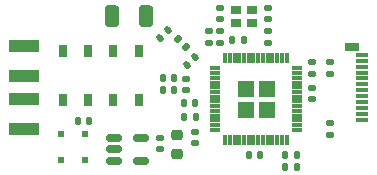
<source format=gbr>
%TF.GenerationSoftware,KiCad,Pcbnew,(6.0.7)*%
%TF.CreationDate,2023-03-08T16:51:48-08:00*%
%TF.ProjectId,ESP_SoC,4553505f-536f-4432-9e6b-696361645f70,rev?*%
%TF.SameCoordinates,Original*%
%TF.FileFunction,Paste,Top*%
%TF.FilePolarity,Positive*%
%FSLAX46Y46*%
G04 Gerber Fmt 4.6, Leading zero omitted, Abs format (unit mm)*
G04 Created by KiCad (PCBNEW (6.0.7)) date 2023-03-08 16:51:48*
%MOMM*%
%LPD*%
G01*
G04 APERTURE LIST*
G04 Aperture macros list*
%AMRoundRect*
0 Rectangle with rounded corners*
0 $1 Rounding radius*
0 $2 $3 $4 $5 $6 $7 $8 $9 X,Y pos of 4 corners*
0 Add a 4 corners polygon primitive as box body*
4,1,4,$2,$3,$4,$5,$6,$7,$8,$9,$2,$3,0*
0 Add four circle primitives for the rounded corners*
1,1,$1+$1,$2,$3*
1,1,$1+$1,$4,$5*
1,1,$1+$1,$6,$7*
1,1,$1+$1,$8,$9*
0 Add four rect primitives between the rounded corners*
20,1,$1+$1,$2,$3,$4,$5,0*
20,1,$1+$1,$4,$5,$6,$7,0*
20,1,$1+$1,$6,$7,$8,$9,0*
20,1,$1+$1,$8,$9,$2,$3,0*%
G04 Aperture macros list end*
%ADD10C,0.010000*%
%ADD11RoundRect,0.135000X-0.135000X-0.185000X0.135000X-0.185000X0.135000X0.185000X-0.135000X0.185000X0*%
%ADD12R,2.500000X1.100000*%
%ADD13RoundRect,0.140000X0.170000X-0.140000X0.170000X0.140000X-0.170000X0.140000X-0.170000X-0.140000X0*%
%ADD14RoundRect,0.147500X-0.172500X0.147500X-0.172500X-0.147500X0.172500X-0.147500X0.172500X0.147500X0*%
%ADD15RoundRect,0.140000X-0.170000X0.140000X-0.170000X-0.140000X0.170000X-0.140000X0.170000X0.140000X0*%
%ADD16RoundRect,0.140000X-0.021213X0.219203X-0.219203X0.021213X0.021213X-0.219203X0.219203X-0.021213X0*%
%ADD17RoundRect,0.147500X-0.226274X-0.017678X-0.017678X-0.226274X0.226274X0.017678X0.017678X0.226274X0*%
%ADD18RoundRect,0.276000X-0.324000X-0.634000X0.324000X-0.634000X0.324000X0.634000X-0.324000X0.634000X0*%
%ADD19RoundRect,0.135000X0.185000X-0.135000X0.185000X0.135000X-0.185000X0.135000X-0.185000X-0.135000X0*%
%ADD20RoundRect,0.225000X-0.250000X0.225000X-0.250000X-0.225000X0.250000X-0.225000X0.250000X0.225000X0*%
%ADD21RoundRect,0.140000X0.140000X0.170000X-0.140000X0.170000X-0.140000X-0.170000X0.140000X-0.170000X0*%
%ADD22R,0.650000X1.050000*%
%ADD23R,0.500000X0.500000*%
%ADD24RoundRect,0.140000X-0.140000X-0.170000X0.140000X-0.170000X0.140000X0.170000X-0.140000X0.170000X0*%
%ADD25R,1.000000X0.380000*%
%ADD26R,1.150000X0.700000*%
%ADD27RoundRect,0.150000X-0.512500X-0.150000X0.512500X-0.150000X0.512500X0.150000X-0.512500X0.150000X0*%
%ADD28RoundRect,0.135000X-0.185000X0.135000X-0.185000X-0.135000X0.185000X-0.135000X0.185000X0.135000X0*%
%ADD29RoundRect,0.006600X-0.398400X-0.103400X0.398400X-0.103400X0.398400X0.103400X-0.398400X0.103400X0*%
%ADD30RoundRect,0.022000X-0.088000X-0.383000X0.088000X-0.383000X0.088000X0.383000X-0.088000X0.383000X0*%
%ADD31R,0.900000X0.800000*%
G04 APERTURE END LIST*
%TO.C,U2*%
G36*
X125515000Y-101265000D02*
G01*
X124245000Y-101265000D01*
X124245000Y-99995000D01*
X125515000Y-99995000D01*
X125515000Y-101265000D01*
G37*
D10*
X125515000Y-101265000D02*
X124245000Y-101265000D01*
X124245000Y-99995000D01*
X125515000Y-99995000D01*
X125515000Y-101265000D01*
G36*
X123755000Y-99505000D02*
G01*
X122485000Y-99505000D01*
X122485000Y-98235000D01*
X123755000Y-98235000D01*
X123755000Y-99505000D01*
G37*
X123755000Y-99505000D02*
X122485000Y-99505000D01*
X122485000Y-98235000D01*
X123755000Y-98235000D01*
X123755000Y-99505000D01*
G36*
X125515000Y-99505000D02*
G01*
X124245000Y-99505000D01*
X124245000Y-98235000D01*
X125515000Y-98235000D01*
X125515000Y-99505000D01*
G37*
X125515000Y-99505000D02*
X124245000Y-99505000D01*
X124245000Y-98235000D01*
X125515000Y-98235000D01*
X125515000Y-99505000D01*
G36*
X123755000Y-101265000D02*
G01*
X122485000Y-101265000D01*
X122485000Y-99995000D01*
X123755000Y-99995000D01*
X123755000Y-101265000D01*
G37*
X123755000Y-101265000D02*
X122485000Y-101265000D01*
X122485000Y-99995000D01*
X123755000Y-99995000D01*
X123755000Y-101265000D01*
%TD*%
D11*
%TO.C,R2*%
X117890000Y-101300000D03*
X118910000Y-101300000D03*
%TD*%
D12*
%TO.C,J1*%
X104350000Y-102250000D03*
X104350000Y-99750000D03*
X104350000Y-97750000D03*
X104350000Y-95250000D03*
%TD*%
D13*
%TO.C,C2*%
X120000000Y-94980000D03*
X120000000Y-94020000D03*
%TD*%
D11*
%TO.C,R4*%
X126490000Y-104500000D03*
X127510000Y-104500000D03*
%TD*%
D14*
%TO.C,L2*%
X118100000Y-98015000D03*
X118100000Y-98985000D03*
%TD*%
D15*
%TO.C,C7*%
X118850000Y-102520000D03*
X118850000Y-103480000D03*
%TD*%
D11*
%TO.C,R3*%
X126490000Y-105500000D03*
X127510000Y-105500000D03*
%TD*%
D13*
%TO.C,C9*%
X125000000Y-94980000D03*
X125000000Y-94020000D03*
%TD*%
D15*
%TO.C,C13*%
X115850000Y-103020000D03*
X115850000Y-103980000D03*
%TD*%
D16*
%TO.C,C3*%
X116589411Y-93910589D03*
X115910589Y-94589411D03*
%TD*%
D15*
%TO.C,C15*%
X125000000Y-92020000D03*
X125000000Y-92980000D03*
%TD*%
D17*
%TO.C,L1*%
X117407053Y-94657053D03*
X118092947Y-95342947D03*
%TD*%
D18*
%TO.C,AE1*%
X114710000Y-92750000D03*
X111790000Y-92750000D03*
%TD*%
D19*
%TO.C,R5*%
X130300000Y-97610000D03*
X130300000Y-96590000D03*
%TD*%
D20*
%TO.C,C8*%
X117350000Y-102825000D03*
X117350000Y-104375000D03*
%TD*%
D21*
%TO.C,C6*%
X117080000Y-99000000D03*
X116120000Y-99000000D03*
%TD*%
D13*
%TO.C,C16*%
X128750000Y-99730000D03*
X128750000Y-98770000D03*
%TD*%
D22*
%TO.C,SW2*%
X107675000Y-99825000D03*
X107675000Y-95675000D03*
X109825000Y-95675000D03*
X109825000Y-99825000D03*
%TD*%
D23*
%TO.C,D2*%
X109500000Y-104900000D03*
X109500000Y-102700000D03*
%TD*%
D19*
%TO.C,R7*%
X128750000Y-97610000D03*
X128750000Y-96590000D03*
%TD*%
D22*
%TO.C,SW1*%
X111925000Y-95675000D03*
X111925000Y-99825000D03*
X114075000Y-95675000D03*
X114075000Y-99825000D03*
%TD*%
D23*
%TO.C,D1*%
X107500000Y-104900000D03*
X107500000Y-102700000D03*
%TD*%
D24*
%TO.C,C10*%
X123395000Y-104500000D03*
X124355000Y-104500000D03*
%TD*%
D21*
%TO.C,C5*%
X117080000Y-98000000D03*
X116120000Y-98000000D03*
%TD*%
D25*
%TO.C,P1*%
X133010000Y-96000000D03*
X133010000Y-96500000D03*
X133010000Y-97000000D03*
X133010000Y-97500000D03*
X133010000Y-98000000D03*
X133010000Y-98500000D03*
X133010000Y-99000000D03*
X133010000Y-99500000D03*
X133010000Y-100000000D03*
X133010000Y-100500000D03*
X133010000Y-101000000D03*
X133010000Y-101500000D03*
D26*
X132170000Y-95330000D03*
%TD*%
D27*
%TO.C,U1*%
X111962500Y-103050000D03*
X111962500Y-104000000D03*
X111962500Y-104950000D03*
X114237500Y-104950000D03*
X114237500Y-103050000D03*
%TD*%
D21*
%TO.C,C11*%
X118880000Y-100100000D03*
X117920000Y-100100000D03*
%TD*%
D13*
%TO.C,C14*%
X121000000Y-92960000D03*
X121000000Y-92000000D03*
%TD*%
%TO.C,C1*%
X121000000Y-94980000D03*
X121000000Y-94020000D03*
%TD*%
D28*
%TO.C,R6*%
X130300000Y-101790000D03*
X130300000Y-102810000D03*
%TD*%
D11*
%TO.C,R1*%
X121990000Y-94750000D03*
X123010000Y-94750000D03*
%TD*%
D16*
%TO.C,C4*%
X118839411Y-96160589D03*
X118160589Y-96839411D03*
%TD*%
D29*
%TO.C,U2*%
X120555000Y-97150000D03*
X120555000Y-97550000D03*
X120555000Y-97950000D03*
X120555000Y-98350000D03*
X120555000Y-98750000D03*
X120555000Y-99150000D03*
X120555000Y-99550000D03*
X120555000Y-99950000D03*
X120555000Y-100350000D03*
X120555000Y-100750000D03*
X120555000Y-101150000D03*
X120555000Y-101550000D03*
X120555000Y-101950000D03*
X120555000Y-102350000D03*
D30*
X121400000Y-103195000D03*
X121800000Y-103195000D03*
X122200000Y-103195000D03*
X122600000Y-103195000D03*
X123000000Y-103195000D03*
X123400000Y-103195000D03*
X123800000Y-103195000D03*
X124200000Y-103195000D03*
X124600000Y-103195000D03*
X125000000Y-103195000D03*
X125400000Y-103195000D03*
X125800000Y-103195000D03*
X126200000Y-103195000D03*
X126600000Y-103195000D03*
D29*
X127445000Y-102350000D03*
X127445000Y-101950000D03*
X127445000Y-101550000D03*
X127445000Y-101150000D03*
X127445000Y-100750000D03*
X127445000Y-100350000D03*
X127445000Y-99950000D03*
X127445000Y-99550000D03*
X127445000Y-99150000D03*
X127445000Y-98750000D03*
X127445000Y-98350000D03*
X127445000Y-97950000D03*
X127445000Y-97550000D03*
X127445000Y-97150000D03*
D30*
X126600000Y-96305000D03*
X126200000Y-96305000D03*
X125800000Y-96305000D03*
X125400000Y-96305000D03*
X125000000Y-96305000D03*
X124600000Y-96305000D03*
X124200000Y-96305000D03*
X123800000Y-96305000D03*
X123400000Y-96305000D03*
X123000000Y-96305000D03*
X122600000Y-96305000D03*
X122200000Y-96305000D03*
X121800000Y-96305000D03*
X121400000Y-96305000D03*
%TD*%
D31*
%TO.C,Y1*%
X122300000Y-93300000D03*
X123700000Y-93300000D03*
X123700000Y-92200000D03*
X122300000Y-92200000D03*
%TD*%
D21*
%TO.C,C12*%
X109880000Y-101600000D03*
X108920000Y-101600000D03*
%TD*%
M02*

</source>
